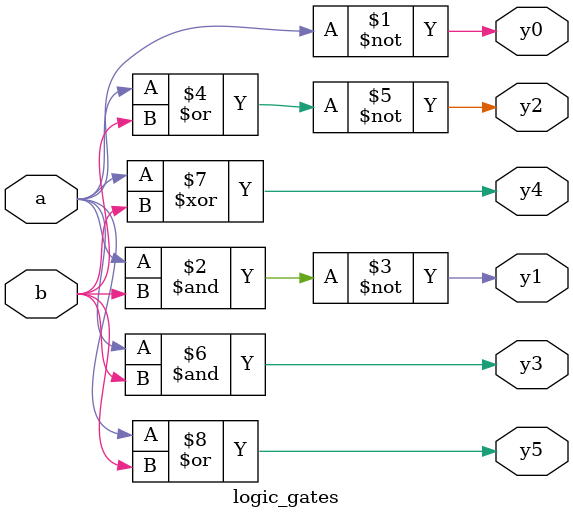
<source format=v>
module logic_gates(
    input a,b,
    output y0,y1,y2,y3,y4,y5
    );
    assign y0 = ~a;
    assign y1 = ~(a&b);
    assign y2 = ~(a|b);
    assign y3 = a&b;
    assign y4 = a^b;
    assign y5 = a|b;
endmodule
</source>
